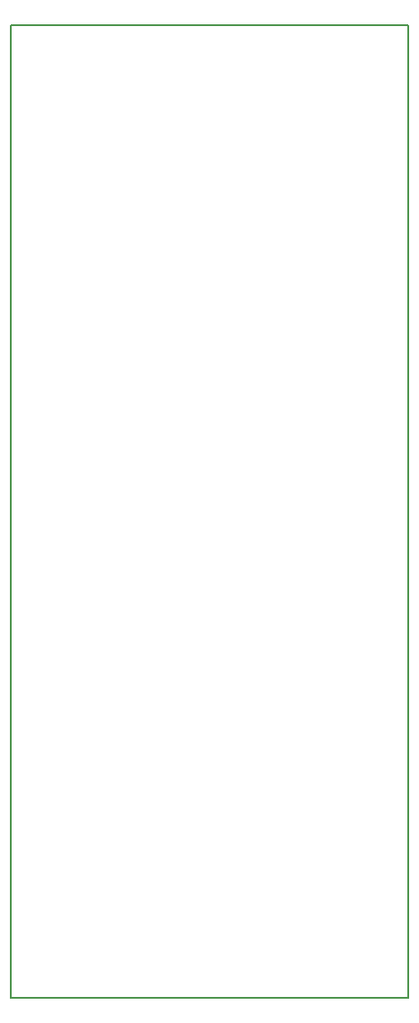
<source format=gbo>
G04 MADE WITH FRITZING*
G04 WWW.FRITZING.ORG*
G04 DOUBLE SIDED*
G04 HOLES PLATED*
G04 CONTOUR ON CENTER OF CONTOUR VECTOR*
%ASAXBY*%
%FSLAX23Y23*%
%MOIN*%
%OFA0B0*%
%SFA1.0B1.0*%
%ADD10R,1.480040X3.612940X1.464040X3.596940*%
%ADD11C,0.008000*%
%LNSILK0*%
G90*
G70*
G54D11*
X4Y3609D02*
X1476Y3609D01*
X1476Y4D01*
X4Y4D01*
X4Y3609D01*
D02*
G04 End of Silk0*
M02*
</source>
